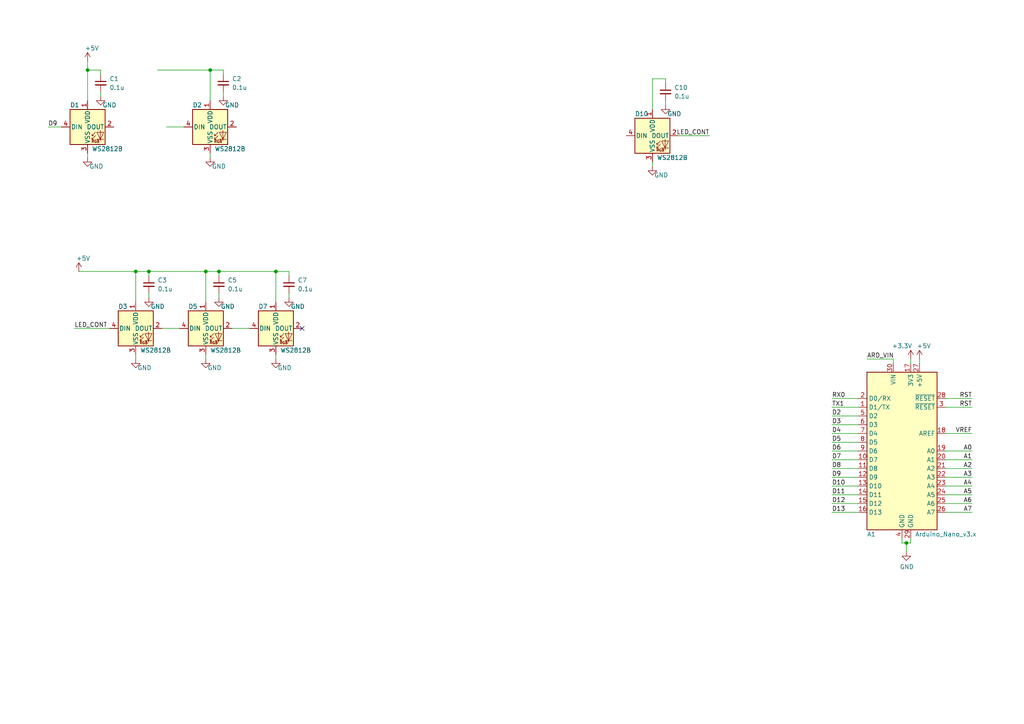
<source format=kicad_sch>
(kicad_sch (version 20230121) (generator eeschema)
  (paper "A4")
  (lib_symbols
    (symbol "Device:C_Small" (pin_numbers hide) (pin_names (offset 0.254) hide)
      (property "Reference" "C" (at 0.254 1.778 0))
      (property "Value" "C_Small" (at 0.254 -2.032 0))
      (symbol "C_Small_0_1"
        (polyline (pts (xy -1.524 -0.508) (xy 1.524 -0.508)) (stroke (width 0.3302)))
        (polyline (pts (xy -1.524 0.508) (xy 1.524 0.508)) (stroke (width 0.3048)))
      )
      (symbol "C_Small_1_1"
        (pin passive line (at 0 2.54 270) (length 2.032) (name "~") (number "1"))
        (pin passive line (at 0 -2.54 90) (length 2.032) (name "~") (number "2"))
      )
    )
    (symbol "LED:WS2812B" (pin_names (offset 0.254))
      (property "Reference" "D" (at 5.08 5.715 0))
      (property "Value" "WS2812B" (at 1.27 -5.715 0))
      (symbol "WS2812B_0_0"
        (text "RGB" (at 2.286 -4.191 0) (effects (font (size 0.762 0.762))))
      )
      (symbol "WS2812B_0_1"
        (polyline (pts (xy 1.27 -3.556) (xy 1.778 -3.556)))
        (polyline (pts (xy 1.27 -2.54) (xy 1.778 -2.54)))
        (polyline (pts (xy 4.699 -3.556) (xy 2.667 -3.556)))
        (polyline (pts (xy 2.286 -2.54) (xy 1.27 -3.556) (xy 1.27 -3.048)))
        (polyline (pts (xy 2.286 -1.524) (xy 1.27 -2.54) (xy 1.27 -2.032)))
        (polyline (pts (xy 3.683 -1.016) (xy 3.683 -3.556) (xy 3.683 -4.064)))
        (polyline (pts (xy 4.699 -1.524) (xy 2.667 -1.524) (xy 3.683 -3.556) (xy 4.699 -1.524)))
        (rectangle (start 5.08 5.08) (end -5.08 -5.08) (stroke (width 0.254)) (fill (type background)))
      )
      (symbol "WS2812B_1_1"
        (pin power_in line (at 0 7.62 270) (length 2.54) (name "VDD") (number "1"))
        (pin output line (at 7.62 0 180) (length 2.54) (name "DOUT") (number "2"))
        (pin power_in line (at 0 -7.62 90) (length 2.54) (name "VSS") (number "3"))
        (pin input line (at -7.62 0 0) (length 2.54) (name "DIN") (number "4"))
      )
    )
    (symbol "MCU_Module:Arduino_Nano_v3.x"
      (property "Reference" "A" (at -10.16 23.495 0))
      (property "Value" "Arduino_Nano_v3.x" (at 5.08 -24.13 0))
      (symbol "Arduino_Nano_v3.x_0_1"
        (rectangle (start -10.16 22.86) (end 10.16 -22.86) (stroke (width 0.254)) (fill (type background)))
      )
      (symbol "Arduino_Nano_v3.x_1_1"
        (pin bidirectional line (at -12.7 12.7 0) (length 2.54) (name "D1/TX") (number "1"))
        (pin bidirectional line (at -12.7 -2.54 0) (length 2.54) (name "D7") (number "10"))
        (pin bidirectional line (at -12.7 -5.08 0) (length 2.54) (name "D8") (number "11"))
        (pin bidirectional line (at -12.7 -7.62 0) (length 2.54) (name "D9") (number "12"))
        (pin bidirectional line (at -12.7 -10.16 0) (length 2.54) (name "D10") (number "13"))
        (pin bidirectional line (at -12.7 -12.7 0) (length 2.54) (name "D11") (number "14"))
        (pin bidirectional line (at -12.7 -15.24 0) (length 2.54) (name "D12") (number "15"))
        (pin bidirectional line (at -12.7 -17.78 0) (length 2.54) (name "D13") (number "16"))
        (pin power_out line (at 2.54 25.4 270) (length 2.54) (name "3V3") (number "17"))
        (pin input line (at 12.7 5.08 180) (length 2.54) (name "AREF") (number "18"))
        (pin bidirectional line (at 12.7 0 180) (length 2.54) (name "A0") (number "19"))
        (pin bidirectional line (at -12.7 15.24 0) (length 2.54) (name "D0/RX") (number "2"))
        (pin bidirectional line (at 12.7 -2.54 180) (length 2.54) (name "A1") (number "20"))
        (pin bidirectional line (at 12.7 -5.08 180) (length 2.54) (name "A2") (number "21"))
        (pin bidirectional line (at 12.7 -7.62 180) (length 2.54) (name "A3") (number "22"))
        (pin bidirectional line (at 12.7 -10.16 180) (length 2.54) (name "A4") (number "23"))
        (pin bidirectional line (at 12.7 -12.7 180) (length 2.54) (name "A5") (number "24"))
        (pin bidirectional line (at 12.7 -15.24 180) (length 2.54) (name "A6") (number "25"))
        (pin bidirectional line (at 12.7 -17.78 180) (length 2.54) (name "A7") (number "26"))
        (pin power_out line (at 5.08 25.4 270) (length 2.54) (name "+5V") (number "27"))
        (pin input line (at 12.7 15.24 180) (length 2.54) (name "~{RESET}") (number "28"))
        (pin power_in line (at 2.54 -25.4 90) (length 2.54) (name "GND") (number "29"))
        (pin input line (at 12.7 12.7 180) (length 2.54) (name "~{RESET}") (number "3"))
        (pin power_in line (at -2.54 25.4 270) (length 2.54) (name "VIN") (number "30"))
        (pin power_in line (at 0 -25.4 90) (length 2.54) (name "GND") (number "4"))
        (pin bidirectional line (at -12.7 10.16 0) (length 2.54) (name "D2") (number "5"))
        (pin bidirectional line (at -12.7 7.62 0) (length 2.54) (name "D3") (number "6"))
        (pin bidirectional line (at -12.7 5.08 0) (length 2.54) (name "D4") (number "7"))
        (pin bidirectional line (at -12.7 2.54 0) (length 2.54) (name "D5") (number "8"))
        (pin bidirectional line (at -12.7 0 0) (length 2.54) (name "D6") (number "9"))
      )
    )
    (symbol "power:+3.3V" (power) (pin_names (offset 0))
      (property "Value" "+3.3V" (at 0 3.556 0))
      (symbol "+3.3V_0_1"
        (polyline (pts (xy -0.762 1.27) (xy 0 2.54)))
        (polyline (pts (xy 0 0) (xy 0 2.54)))
        (polyline (pts (xy 0 2.54) (xy 0.762 1.27)))
      )
      (symbol "+3.3V_1_1"
        (pin power_in line (at 0 0 90) (length 0) hide (name "+3.3V") (number "1"))
      )
    )
    (symbol "power:+5V" (power) (pin_names (offset 0))
      (property "Value" "+5V" (at 0 3.556 0))
      (symbol "+5V_0_1"
        (polyline (pts (xy -0.762 1.27) (xy 0 2.54)))
        (polyline (pts (xy 0 0) (xy 0 2.54)))
        (polyline (pts (xy 0 2.54) (xy 0.762 1.27)))
      )
      (symbol "+5V_1_1"
        (pin power_in line (at 0 0 90) (length 0) hide (name "+5V") (number "1"))
      )
    )
    (symbol "power:GND" (power) (pin_names (offset 0))
      (property "Value" "GND" (at 0 -3.81 0))
      (symbol "GND_0_1"
        (polyline (pts (xy 0 0) (xy 0 -1.27) (xy 1.27 -1.27) (xy 0 -2.54) (xy -1.27 -1.27) (xy 0 -1.27)))
      )
      (symbol "GND_1_1"
        (pin power_in line (at 0 0 270) (length 0) hide (name "GND") (number "1"))
      )
    )
  )
  (junction (at 60.96 20.32))
  (junction (at 43.18 78.74))
  (junction (at 63.5 78.74))
  (junction (at 262.89 157.48))
  (junction (at 39.37 78.74))
  (junction (at 59.69 78.74))
  (junction (at 25.4 20.32))
  (junction (at 80.01 78.74))
  (no_connect (at 87.63 95.25))
  (wire (pts (xy 83.82 78.74) (xy 83.82 80.01)))
  (wire (pts (xy 29.21 26.67) (xy 29.21 27.94)))
  (wire (pts (xy 193.04 29.21) (xy 193.04 30.48)))
  (wire (pts (xy 261.62 156.21) (xy 261.62 157.48)))
  (wire (pts (xy 248.92 125.73) (xy 241.3 125.73)))
  (wire (pts (xy 264.16 104.14) (xy 264.16 105.41)))
  (wire (pts (xy 59.69 78.74) (xy 63.5 78.74)))
  (wire (pts (xy 274.32 138.43) (xy 281.94 138.43)))
  (wire (pts (xy 59.69 87.63) (xy 59.69 78.74)))
  (wire (pts (xy 80.01 78.74) (xy 83.82 78.74)))
  (wire (pts (xy 25.4 17.78) (xy 25.4 20.32)))
  (wire (pts (xy 29.21 20.32) (xy 29.21 21.59)))
  (wire (pts (xy 274.32 133.35) (xy 281.94 133.35)))
  (wire (pts (xy 264.16 157.48) (xy 264.16 156.21)))
  (wire (pts (xy 248.92 123.19) (xy 241.3 123.19)))
  (wire (pts (xy 189.23 46.99) (xy 189.23 48.26)))
  (wire (pts (xy 80.01 87.63) (xy 80.01 78.74)))
  (wire (pts (xy 43.18 85.09) (xy 43.18 86.36)))
  (wire (pts (xy 274.32 115.57) (xy 281.94 115.57)))
  (wire (pts (xy 43.18 78.74) (xy 43.18 80.01)))
  (wire (pts (xy 274.32 125.73) (xy 281.94 125.73)))
  (wire (pts (xy 59.69 102.87) (xy 59.69 104.14)))
  (wire (pts (xy 25.4 20.32) (xy 29.21 20.32)))
  (wire (pts (xy 248.92 138.43) (xy 241.3 138.43)))
  (wire (pts (xy 64.77 26.67) (xy 64.77 27.94)))
  (wire (pts (xy 274.32 118.11) (xy 281.94 118.11)))
  (wire (pts (xy 259.08 105.41) (xy 259.08 104.14)))
  (wire (pts (xy 261.62 157.48) (xy 262.89 157.48)))
  (wire (pts (xy 248.92 118.11) (xy 241.3 118.11)))
  (wire (pts (xy 248.92 130.81) (xy 241.3 130.81)))
  (wire (pts (xy 80.01 102.87) (xy 80.01 104.14)))
  (wire (pts (xy 13.97 36.83) (xy 17.78 36.83)))
  (wire (pts (xy 39.37 87.63) (xy 39.37 78.74)))
  (wire (pts (xy 45.72 20.32) (xy 60.96 20.32)))
  (wire (pts (xy 67.31 95.25) (xy 72.39 95.25)))
  (wire (pts (xy 248.92 135.89) (xy 241.3 135.89)))
  (wire (pts (xy 60.96 44.45) (xy 60.96 45.72)))
  (wire (pts (xy 259.08 104.14) (xy 251.46 104.14)))
  (wire (pts (xy 60.96 20.32) (xy 64.77 20.32)))
  (wire (pts (xy 248.92 146.05) (xy 241.3 146.05)))
  (wire (pts (xy 196.85 39.37) (xy 205.74 39.37)))
  (wire (pts (xy 21.59 95.25) (xy 31.75 95.25)))
  (wire (pts (xy 39.37 102.87) (xy 39.37 104.14)))
  (wire (pts (xy 274.32 130.81) (xy 281.94 130.81)))
  (wire (pts (xy 25.4 29.21) (xy 25.4 20.32)))
  (wire (pts (xy 48.26 36.83) (xy 53.34 36.83)))
  (wire (pts (xy 43.18 78.74) (xy 59.69 78.74)))
  (wire (pts (xy 274.32 143.51) (xy 281.94 143.51)))
  (wire (pts (xy 266.7 104.14) (xy 266.7 105.41)))
  (wire (pts (xy 63.5 85.09) (xy 63.5 86.36)))
  (wire (pts (xy 193.04 22.86) (xy 193.04 24.13)))
  (wire (pts (xy 274.32 146.05) (xy 281.94 146.05)))
  (wire (pts (xy 25.4 44.45) (xy 25.4 45.72)))
  (wire (pts (xy 248.92 120.65) (xy 241.3 120.65)))
  (wire (pts (xy 63.5 78.74) (xy 63.5 80.01)))
  (wire (pts (xy 248.92 140.97) (xy 241.3 140.97)))
  (wire (pts (xy 262.89 157.48) (xy 264.16 157.48)))
  (wire (pts (xy 262.89 157.48) (xy 262.89 160.02)))
  (wire (pts (xy 248.92 115.57) (xy 241.3 115.57)))
  (wire (pts (xy 189.23 22.86) (xy 193.04 22.86)))
  (wire (pts (xy 60.96 29.21) (xy 60.96 20.32)))
  (wire (pts (xy 46.99 95.25) (xy 52.07 95.25)))
  (wire (pts (xy 248.92 148.59) (xy 241.3 148.59)))
  (wire (pts (xy 248.92 133.35) (xy 241.3 133.35)))
  (wire (pts (xy 248.92 128.27) (xy 241.3 128.27)))
  (wire (pts (xy 248.92 143.51) (xy 241.3 143.51)))
  (wire (pts (xy 64.77 20.32) (xy 64.77 21.59)))
  (wire (pts (xy 83.82 85.09) (xy 83.82 86.36)))
  (wire (pts (xy 274.32 148.59) (xy 281.94 148.59)))
  (wire (pts (xy 274.32 140.97) (xy 281.94 140.97)))
  (wire (pts (xy 39.37 78.74) (xy 43.18 78.74)))
  (wire (pts (xy 63.5 78.74) (xy 80.01 78.74)))
  (wire (pts (xy 274.32 135.89) (xy 281.94 135.89)))
  (wire (pts (xy 189.23 31.75) (xy 189.23 22.86)))
  (wire (pts (xy 22.86 78.74) (xy 39.37 78.74)))
  (label "D12" (at 241.3 146.05 0))
  (label "RST" (at 281.94 115.57 180))
  (label "A3" (at 281.94 138.43 180))
  (label "A0" (at 281.94 130.81 180))
  (label "D8" (at 241.3 135.89 0))
  (label "RX0" (at 241.3 115.57 0))
  (label "RST" (at 281.94 118.11 180))
  (label "D9" (at 241.3 138.43 0))
  (label "D9" (at 13.97 36.83 0))
  (label "A1" (at 281.94 133.35 180))
  (label "A6" (at 281.94 146.05 180))
  (label "D4" (at 241.3 125.73 0))
  (label "D6" (at 241.3 130.81 0))
  (label "A5" (at 281.94 143.51 180))
  (label "A7" (at 281.94 148.59 180))
  (label "TX1" (at 241.3 118.11 0))
  (label "LED_CONT" (at 205.74 39.37 180))
  (label "D2" (at 241.3 120.65 0))
  (label "D3" (at 241.3 123.19 0))
  (label "A2" (at 281.94 135.89 180))
  (label "A4" (at 281.94 140.97 180))
  (label "VREF" (at 281.94 125.73 180))
  (label "D13" (at 241.3 148.59 0))
  (label "D10" (at 241.3 140.97 0))
  (label "D11" (at 241.3 143.51 0))
  (label "D5" (at 241.3 128.27 0))
  (label "D7" (at 241.3 133.35 0))
  (label "LED_CONT" (at 21.59 95.25 0))
  (label "ARD_VIN" (at 251.46 104.14 0))
  (symbol (lib_id "power:GND") (at 193.04 30.48 0) (unit 1)
    (property "Reference" "#PWR022" (effects hide))
    (property "Value" "GND" (at 195.58 33.02 0))
  )
  (symbol (lib_id "power:GND") (at 43.18 86.36 0) (unit 1)
    (property "Reference" "#PWR08" (effects hide))
    (property "Value" "GND" (at 45.72 88.9 0))
  )
  (symbol (lib_id "power:GND") (at 64.77 27.94 0) (unit 1)
    (property "Reference" "#PWR07" (effects hide))
    (property "Value" "GND" (at 67.31 30.48 0))
  )
  (symbol (lib_id "Device:C_Small") (at 83.82 82.55 0) (unit 1)
    (property "Reference" "C7" (at 86.36 81.28 0) (effects (justify left)))
    (property "Value" "0.1u" (at 86.36 83.82 0) (effects (justify left)))
    (property "Footprint" "Capacitor_SMD:C_0603_1608Metric_Pad1.05x0.95mm_HandSolder" (effects hide))
    (property "Digikey#" "478-10836-1-ND" (effects hide))
  )
  (symbol (lib_id "power:GND") (at 25.4 45.72 0) (unit 1)
    (property "Reference" "#PWR02" (effects hide))
    (property "Value" "GND" (at 27.94 48.26 0))
  )
  (symbol (lib_id "LED:WS2812B") (at 80.01 95.25 0) (unit 1)
    (property "Reference" "D7" (at 74.93 88.9 0) (effects (justify left)))
    (property "Value" "WS2812B" (at 81.28 101.6 0) (effects (justify left)))
    (property "Footprint" "LED_SMD:LED_WS2812B_PLCC4_5.0x5.0mm_P3.2mm" (effects hide))
    (property "Datasheet" "https://cdn-shop.adafruit.com/datasheets/WS2812B.pdf" (effects hide))
    (property "Digikey#" "1568-COM-16347CT-ND" (effects hide))
  )
  (symbol (lib_id "Device:C_Small") (at 63.5 82.55 0) (unit 1)
    (property "Reference" "C5" (at 66.04 81.28 0) (effects (justify left)))
    (property "Value" "0.1u" (at 66.04 83.82 0) (effects (justify left)))
    (property "Footprint" "Capacitor_SMD:C_0603_1608Metric_Pad1.05x0.95mm_HandSolder" (effects hide))
    (property "Digikey#" "478-10836-1-ND" (effects hide))
  )
  (symbol (lib_id "power:GND") (at 39.37 104.14 0) (unit 1)
    (property "Reference" "#PWR06" (effects hide))
    (property "Value" "GND" (at 41.91 106.68 0))
  )
  (symbol (lib_id "power:GND") (at 63.5 86.36 0) (unit 1)
    (property "Reference" "#PWR012" (effects hide))
    (property "Value" "GND" (at 66.04 88.9 0))
  )
  (symbol (lib_id "LED:WS2812B") (at 59.69 95.25 0) (unit 1)
    (property "Reference" "D5" (at 54.61 88.9 0) (effects (justify left)))
    (property "Value" "WS2812B" (at 60.96 101.6 0) (effects (justify left)))
    (property "Footprint" "LED_SMD:LED_WS2812B_PLCC4_5.0x5.0mm_P3.2mm" (effects hide))
    (property "Datasheet" "https://cdn-shop.adafruit.com/datasheets/WS2812B.pdf" (effects hide))
    (property "Digikey#" "1568-COM-16347CT-ND" (effects hide))
  )
  (symbol (lib_id "power:GND") (at 80.01 104.14 0) (unit 1)
    (property "Reference" "#PWR014" (effects hide))
    (property "Value" "GND" (at 82.55 106.68 0))
  )
  (symbol (lib_id "power:+5V") (at 22.86 78.74 0) (unit 1)
    (property "Reference" "#PWR04" (effects hide))
    (property "Value" "+5V" (at 24.13 74.93 0))
  )
  (symbol (lib_id "Device:C_Small") (at 43.18 82.55 0) (unit 1)
    (property "Reference" "C3" (at 45.72 81.28 0) (effects (justify left)))
    (property "Value" "0.1u" (at 45.72 83.82 0) (effects (justify left)))
    (property "Footprint" "Capacitor_SMD:C_0603_1608Metric_Pad1.05x0.95mm_HandSolder" (effects hide))
    (property "Digikey#" "478-10836-1-ND" (effects hide))
  )
  (symbol (lib_id "Device:C_Small") (at 29.21 24.13 0) (unit 1)
    (property "Reference" "C1" (at 31.75 22.86 0) (effects (justify left)))
    (property "Value" "0.1u" (at 31.75 25.4 0) (effects (justify left)))
    (property "Footprint" "Capacitor_SMD:C_0603_1608Metric_Pad1.05x0.95mm_HandSolder" (effects hide))
    (property "Digikey#" "478-10836-1-ND" (effects hide))
  )
  (symbol (lib_id "LED:WS2812B") (at 25.4 36.83 0) (unit 1)
    (property "Reference" "D1" (at 20.32 30.48 0) (effects (justify left)))
    (property "Value" "WS2812B" (at 26.67 43.18 0) (effects (justify left)))
    (property "Footprint" "LED_SMD:LED_WS2812B_PLCC4_5.0x5.0mm_P3.2mm" (effects hide))
    (property "Datasheet" "https://cdn-shop.adafruit.com/datasheets/WS2812B.pdf" (effects hide))
    (property "Digikey#" "1568-COM-16347CT-ND" (effects hide))
  )
  (symbol (lib_id "Device:C_Small") (at 64.77 24.13 0) (unit 1)
    (property "Reference" "C2" (at 67.31 22.86 0) (effects (justify left)))
    (property "Value" "0.1u" (at 67.31 25.4 0) (effects (justify left)))
    (property "Footprint" "Capacitor_SMD:C_0603_1608Metric_Pad1.05x0.95mm_HandSolder" (effects hide))
    (property "Digikey#" "478-10836-1-ND" (effects hide))
  )
  (symbol (lib_id "power:GND") (at 60.96 45.72 0) (unit 1)
    (property "Reference" "#PWR05" (effects hide))
    (property "Value" "GND" (at 63.5 48.26 0))
  )
  (symbol (lib_id "power:+3.3V") (at 264.16 104.14 0) (unit 1)
    (property "Reference" "#PWR024" (effects hide))
    (property "Value" "+3.3V" (at 261.62 100.33 0))
  )
  (symbol (lib_id "Device:C_Small") (at 193.04 26.67 0) (unit 1)
    (property "Reference" "C10" (at 195.58 25.4 0) (effects (justify left)))
    (property "Value" "0.1u" (at 195.58 27.94 0) (effects (justify left)))
    (property "Footprint" "Capacitor_SMD:C_0603_1608Metric_Pad1.05x0.95mm_HandSolder" (effects hide))
    (property "Digikey#" "478-10836-1-ND" (effects hide))
  )
  (symbol (lib_id "power:GND") (at 83.82 86.36 0) (unit 1)
    (property "Reference" "#PWR016" (effects hide))
    (property "Value" "GND" (at 86.36 88.9 0))
  )
  (symbol (lib_id "MCU_Module:Arduino_Nano_v3.x") (at 261.62 130.81 0) (unit 1)
    (property "Reference" "A1" (at 252.73 154.94 0))
    (property "Value" "Arduino_Nano_v3.x" (at 274.32 154.94 0))
    (property "Footprint" "Module:Arduino_Nano" (effects hide))
    (property "Datasheet" "http://www.mouser.com/pdfdocs/Gravitech_Arduino_Nano3_0.pdf" (effects hide))
  )
  (symbol (lib_id "power:GND") (at 29.21 27.94 0) (unit 1)
    (property "Reference" "#PWR03" (effects hide))
    (property "Value" "GND" (at 31.75 30.48 0))
  )
  (symbol (lib_id "power:+5V") (at 25.4 17.78 0) (unit 1)
    (property "Reference" "#PWR01" (effects hide))
    (property "Value" "+5V" (at 26.67 13.97 0))
  )
  (symbol (lib_id "power:GND") (at 262.89 160.02 0) (unit 1)
    (property "Reference" "#PWR023" (effects hide))
    (property "Value" "GND" (at 263.017 164.4142 0))
  )
  (symbol (lib_id "LED:WS2812B") (at 60.96 36.83 0) (unit 1)
    (property "Reference" "D2" (at 55.88 30.48 0) (effects (justify left)))
    (property "Value" "WS2812B" (at 62.23 43.18 0) (effects (justify left)))
    (property "Footprint" "LED_SMD:LED_WS2812B_PLCC4_5.0x5.0mm_P3.2mm" (effects hide))
    (property "Datasheet" "https://cdn-shop.adafruit.com/datasheets/WS2812B.pdf" (effects hide))
    (property "Digikey#" "1568-COM-16347CT-ND" (effects hide))
  )
  (symbol (lib_id "power:GND") (at 59.69 104.14 0) (unit 1)
    (property "Reference" "#PWR010" (effects hide))
    (property "Value" "GND" (at 62.23 106.68 0))
  )
  (symbol (lib_id "power:+5V") (at 266.7 104.14 0) (unit 1)
    (property "Reference" "#PWR025" (effects hide))
    (property "Value" "+5V" (at 267.97 100.33 0))
  )
  (symbol (lib_id "LED:WS2812B") (at 189.23 39.37 0) (unit 1)
    (property "Reference" "D10" (at 184.15 33.02 0) (effects (justify left)))
    (property "Value" "WS2812B" (at 190.5 45.72 0) (effects (justify left)))
    (property "Footprint" "LED_SMD:LED_WS2812B_PLCC4_5.0x5.0mm_P3.2mm" (effects hide))
    (property "Datasheet" "https://cdn-shop.adafruit.com/datasheets/WS2812B.pdf" (effects hide))
    (property "Digikey#" "1568-COM-16347CT-ND" (effects hide))
  )
  (symbol (lib_id "LED:WS2812B") (at 39.37 95.25 0) (unit 1)
    (property "Reference" "D3" (at 34.29 88.9 0) (effects (justify left)))
    (property "Value" "WS2812B" (at 40.64 101.6 0) (effects (justify left)))
    (property "Footprint" "LED_SMD:LED_WS2812B_PLCC4_5.0x5.0mm_P3.2mm" (effects hide))
    (property "Datasheet" "https://cdn-shop.adafruit.com/datasheets/WS2812B.pdf" (effects hide))
    (property "Digikey#" "1568-COM-16347CT-ND" (effects hide))
  )
  (symbol (lib_id "power:GND") (at 189.23 48.26 0) (unit 1)
    (property "Reference" "#PWR021" (effects hide))
    (property "Value" "GND" (at 191.77 50.8 0))
  )
)
</source>
